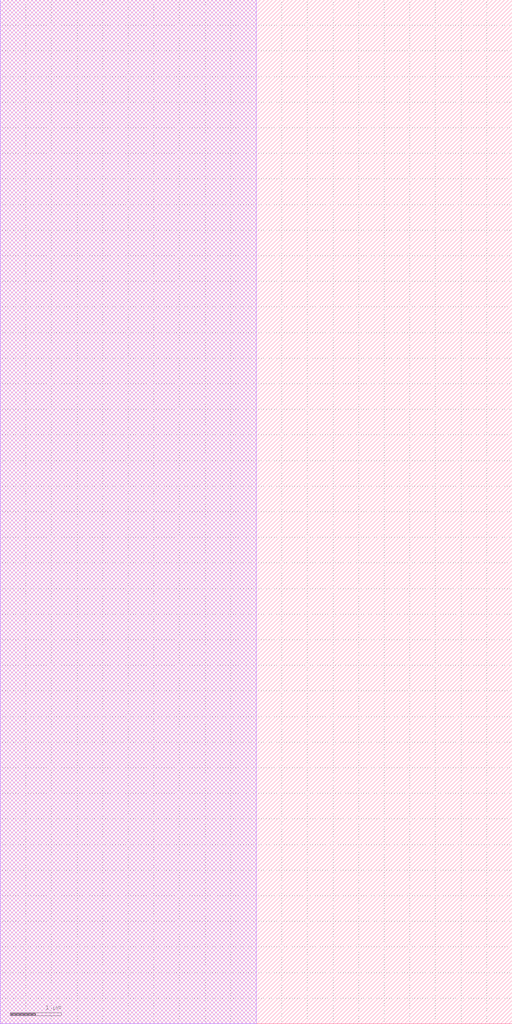
<source format=lef>
# macro with obstruction
VERSION 5.8 ;
BUSBITCHARS "[]" ;
DIVIDERCHAR "/" ;

MACRO OBS1
  CLASS BLOCK ;
  ORIGIN 0 0 ;
  SIZE 10 BY 20 ;
  OBS
    LAYER OVERLAP ;
    RECT 0 0 5 20 ;
  END
END OBS1

END LIBRARY
#
# End of file
#

</source>
